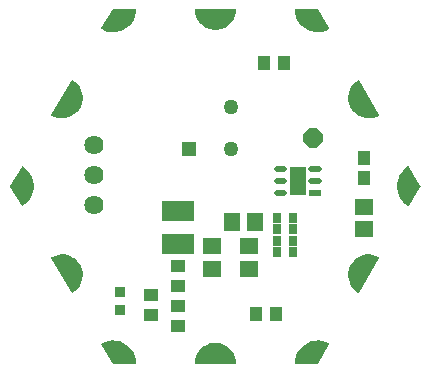
<source format=gbr>
G04 EAGLE Gerber RS-274X export*
G75*
%MOMM*%
%FSLAX34Y34*%
%LPD*%
%INSoldermask Top*%
%IPPOS*%
%AMOC8*
5,1,8,0,0,1.08239X$1,22.5*%
G01*
%ADD10R,0.901600X0.901600*%
%ADD11R,1.201600X1.101600*%
%ADD12P,1.759533X8X22.500000*%
%ADD13R,1.101600X1.201600*%
%ADD14C,1.101600*%
%ADD15C,1.259600*%
%ADD16R,1.259600X1.259600*%
%ADD17R,0.701600X0.821600*%
%ADD18R,1.111600X0.493600*%
%ADD19C,0.493600*%
%ADD20R,1.396800X2.347600*%
%ADD21R,1.601600X1.401600*%
%ADD22R,1.401600X1.601600*%
%ADD23C,1.625600*%
%ADD24R,2.801600X1.701600*%

G36*
X363104Y190819D02*
X363104Y190819D01*
X363133Y190817D01*
X363200Y190839D01*
X363270Y190853D01*
X363294Y190869D01*
X363322Y190878D01*
X363375Y190925D01*
X363434Y190965D01*
X363450Y190990D01*
X363472Y191009D01*
X363503Y191073D01*
X363541Y191133D01*
X363546Y191162D01*
X363558Y191188D01*
X363567Y191287D01*
X363574Y191329D01*
X363571Y191340D01*
X363573Y191354D01*
X363341Y194152D01*
X363331Y194185D01*
X363327Y194233D01*
X362638Y196955D01*
X362623Y196986D01*
X362611Y197033D01*
X361483Y199604D01*
X361463Y199632D01*
X361444Y199677D01*
X359908Y202027D01*
X359884Y202052D01*
X359858Y202092D01*
X357956Y204158D01*
X357928Y204178D01*
X357895Y204214D01*
X355680Y205938D01*
X355649Y205954D01*
X355611Y205983D01*
X353141Y207320D01*
X353108Y207330D01*
X353066Y207353D01*
X351880Y207760D01*
X350426Y208259D01*
X350410Y208265D01*
X350376Y208269D01*
X350330Y208285D01*
X347561Y208747D01*
X347526Y208746D01*
X347479Y208754D01*
X344671Y208754D01*
X344637Y208747D01*
X344589Y208747D01*
X341820Y208285D01*
X341787Y208272D01*
X341740Y208265D01*
X339084Y207353D01*
X339054Y207335D01*
X339009Y207320D01*
X336539Y205983D01*
X336513Y205961D01*
X336470Y205938D01*
X334255Y204214D01*
X334232Y204187D01*
X334194Y204158D01*
X332292Y202092D01*
X332274Y202063D01*
X332242Y202027D01*
X330706Y199677D01*
X330693Y199644D01*
X330667Y199604D01*
X329539Y197033D01*
X329532Y196999D01*
X329529Y196993D01*
X329523Y196984D01*
X329522Y196978D01*
X329512Y196955D01*
X328823Y194233D01*
X328821Y194198D01*
X328809Y194152D01*
X328577Y191354D01*
X328581Y191325D01*
X328576Y191296D01*
X328593Y191227D01*
X328601Y191156D01*
X328615Y191131D01*
X328622Y191103D01*
X328664Y191045D01*
X328699Y190984D01*
X328723Y190966D01*
X328740Y190942D01*
X328801Y190906D01*
X328858Y190863D01*
X328886Y190856D01*
X328911Y190841D01*
X329009Y190824D01*
X329050Y190814D01*
X329061Y190816D01*
X329075Y190813D01*
X363075Y190813D01*
X363104Y190819D01*
G37*
G36*
X347513Y473878D02*
X347513Y473878D01*
X347561Y473878D01*
X350330Y474340D01*
X350363Y474353D01*
X350410Y474361D01*
X353066Y475272D01*
X353096Y475290D01*
X353141Y475305D01*
X355611Y476642D01*
X355637Y476664D01*
X355680Y476687D01*
X357895Y478411D01*
X357918Y478438D01*
X357956Y478467D01*
X359858Y480533D01*
X359876Y480562D01*
X359908Y480598D01*
X361444Y482948D01*
X361457Y482981D01*
X361483Y483021D01*
X362611Y485592D01*
X362618Y485626D01*
X362638Y485670D01*
X363327Y488392D01*
X363329Y488427D01*
X363341Y488473D01*
X363573Y491271D01*
X363569Y491300D01*
X363574Y491329D01*
X363558Y491398D01*
X363549Y491469D01*
X363535Y491494D01*
X363528Y491522D01*
X363486Y491580D01*
X363451Y491641D01*
X363427Y491659D01*
X363410Y491683D01*
X363349Y491719D01*
X363292Y491762D01*
X363264Y491769D01*
X363239Y491784D01*
X363141Y491801D01*
X363100Y491811D01*
X363089Y491809D01*
X363075Y491812D01*
X329075Y491812D01*
X329046Y491806D01*
X329017Y491808D01*
X328950Y491786D01*
X328880Y491772D01*
X328856Y491756D01*
X328828Y491747D01*
X328775Y491700D01*
X328716Y491660D01*
X328701Y491635D01*
X328679Y491616D01*
X328647Y491552D01*
X328609Y491492D01*
X328604Y491463D01*
X328592Y491437D01*
X328583Y491338D01*
X328576Y491296D01*
X328579Y491285D01*
X328577Y491271D01*
X328809Y488473D01*
X328819Y488440D01*
X328823Y488392D01*
X329512Y485670D01*
X329527Y485639D01*
X329539Y485592D01*
X330667Y483021D01*
X330687Y482993D01*
X330706Y482948D01*
X332242Y480598D01*
X332266Y480573D01*
X332292Y480533D01*
X334194Y478467D01*
X334222Y478447D01*
X334255Y478411D01*
X336470Y476687D01*
X336501Y476671D01*
X336539Y476642D01*
X339009Y475305D01*
X339042Y475295D01*
X339084Y475272D01*
X341740Y474361D01*
X341774Y474356D01*
X341820Y474340D01*
X344589Y473878D01*
X344624Y473879D01*
X344671Y473871D01*
X347479Y473871D01*
X347513Y473878D01*
G37*
G36*
X224682Y251122D02*
X224682Y251122D01*
X224753Y251119D01*
X224780Y251130D01*
X224809Y251132D01*
X224899Y251174D01*
X224939Y251189D01*
X224947Y251197D01*
X224960Y251202D01*
X227263Y252802D01*
X227287Y252827D01*
X227327Y252854D01*
X229336Y254811D01*
X229355Y254840D01*
X229390Y254874D01*
X231049Y257134D01*
X231064Y257166D01*
X231093Y257205D01*
X232357Y259708D01*
X232366Y259741D01*
X232388Y259784D01*
X233224Y262461D01*
X233227Y262496D01*
X233242Y262542D01*
X233625Y265320D01*
X233623Y265355D01*
X233629Y265402D01*
X233550Y268206D01*
X233542Y268240D01*
X233541Y268288D01*
X233002Y271040D01*
X232988Y271072D01*
X232979Y271119D01*
X231994Y273745D01*
X231979Y273770D01*
X231974Y273789D01*
X231966Y273800D01*
X231959Y273819D01*
X230555Y276247D01*
X230532Y276273D01*
X230508Y276315D01*
X228724Y278479D01*
X228697Y278500D01*
X228666Y278538D01*
X226550Y280378D01*
X226520Y280395D01*
X226484Y280427D01*
X224093Y281894D01*
X224061Y281906D01*
X224020Y281931D01*
X221421Y282985D01*
X221387Y282991D01*
X221342Y283009D01*
X218605Y283621D01*
X218570Y283622D01*
X218523Y283632D01*
X215723Y283785D01*
X215689Y283780D01*
X215641Y283783D01*
X212853Y283472D01*
X212820Y283462D01*
X212772Y283456D01*
X210074Y282691D01*
X210044Y282676D01*
X209997Y282662D01*
X207462Y281464D01*
X207438Y281446D01*
X207411Y281436D01*
X207359Y281387D01*
X207302Y281345D01*
X207288Y281320D01*
X207267Y281300D01*
X207238Y281234D01*
X207202Y281173D01*
X207199Y281144D01*
X207187Y281117D01*
X207186Y281046D01*
X207177Y280976D01*
X207185Y280948D01*
X207185Y280918D01*
X207219Y280826D01*
X207231Y280784D01*
X207238Y280776D01*
X207243Y280763D01*
X224243Y251363D01*
X224262Y251341D01*
X224275Y251314D01*
X224328Y251267D01*
X224375Y251214D01*
X224401Y251201D01*
X224423Y251182D01*
X224490Y251159D01*
X224554Y251128D01*
X224583Y251127D01*
X224611Y251117D01*
X224682Y251122D01*
G37*
G36*
X476461Y398845D02*
X476461Y398845D01*
X476509Y398843D01*
X479297Y399153D01*
X479330Y399163D01*
X479378Y399169D01*
X482076Y399934D01*
X482106Y399950D01*
X482153Y399963D01*
X484688Y401161D01*
X484712Y401179D01*
X484739Y401189D01*
X484791Y401238D01*
X484848Y401280D01*
X484862Y401305D01*
X484884Y401325D01*
X484912Y401391D01*
X484948Y401452D01*
X484951Y401481D01*
X484963Y401508D01*
X484964Y401579D01*
X484973Y401649D01*
X484965Y401677D01*
X484965Y401707D01*
X484931Y401799D01*
X484919Y401841D01*
X484912Y401850D01*
X484907Y401862D01*
X467907Y431262D01*
X467888Y431284D01*
X467875Y431311D01*
X467822Y431358D01*
X467775Y431411D01*
X467749Y431424D01*
X467727Y431443D01*
X467660Y431466D01*
X467596Y431497D01*
X467567Y431498D01*
X467539Y431508D01*
X467468Y431503D01*
X467397Y431506D01*
X467370Y431495D01*
X467341Y431493D01*
X467251Y431451D01*
X467211Y431436D01*
X467203Y431429D01*
X467190Y431423D01*
X464887Y429823D01*
X464863Y429798D01*
X464823Y429771D01*
X462814Y427814D01*
X462795Y427785D01*
X462760Y427751D01*
X461101Y425491D01*
X461086Y425459D01*
X461057Y425420D01*
X459793Y422917D01*
X459784Y422884D01*
X459762Y422841D01*
X458926Y420164D01*
X458923Y420129D01*
X458908Y420083D01*
X458525Y417305D01*
X458527Y417270D01*
X458521Y417223D01*
X458600Y414419D01*
X458608Y414385D01*
X458609Y414337D01*
X459148Y411585D01*
X459162Y411553D01*
X459171Y411506D01*
X460156Y408880D01*
X460174Y408851D01*
X460191Y408806D01*
X461595Y406378D01*
X461618Y406352D01*
X461642Y406310D01*
X463426Y404146D01*
X463453Y404125D01*
X463484Y404087D01*
X465600Y402247D01*
X465630Y402230D01*
X465666Y402198D01*
X468057Y400731D01*
X468089Y400719D01*
X468130Y400694D01*
X470729Y399640D01*
X470763Y399634D01*
X470808Y399616D01*
X473545Y399004D01*
X473580Y399003D01*
X473627Y398993D01*
X476427Y398840D01*
X476461Y398845D01*
G37*
G36*
X467501Y251123D02*
X467501Y251123D01*
X467572Y251123D01*
X467599Y251134D01*
X467628Y251137D01*
X467690Y251172D01*
X467755Y251199D01*
X467776Y251220D01*
X467801Y251234D01*
X467864Y251311D01*
X467894Y251341D01*
X467898Y251352D01*
X467907Y251363D01*
X484907Y280763D01*
X484916Y280790D01*
X484933Y280814D01*
X484948Y280884D01*
X484970Y280951D01*
X484968Y280980D01*
X484974Y281009D01*
X484961Y281079D01*
X484955Y281149D01*
X484942Y281175D01*
X484936Y281204D01*
X484896Y281263D01*
X484864Y281326D01*
X484841Y281345D01*
X484825Y281369D01*
X484743Y281426D01*
X484710Y281453D01*
X484700Y281456D01*
X484688Y281464D01*
X482153Y282662D01*
X482119Y282671D01*
X482076Y282691D01*
X479378Y283456D01*
X479343Y283459D01*
X479297Y283472D01*
X476509Y283783D01*
X476475Y283779D01*
X476427Y283785D01*
X473627Y283632D01*
X473593Y283623D01*
X473545Y283621D01*
X470808Y283009D01*
X470776Y282995D01*
X470729Y282985D01*
X468130Y281931D01*
X468101Y281912D01*
X468057Y281894D01*
X465666Y280427D01*
X465641Y280403D01*
X465600Y280378D01*
X463484Y278538D01*
X463463Y278510D01*
X463426Y278479D01*
X461642Y276315D01*
X461626Y276284D01*
X461595Y276247D01*
X460191Y273819D01*
X460180Y273787D01*
X460173Y273774D01*
X460163Y273759D01*
X460163Y273757D01*
X460156Y273745D01*
X459171Y271119D01*
X459165Y271085D01*
X459148Y271040D01*
X458609Y268288D01*
X458609Y268253D01*
X458600Y268206D01*
X458521Y265402D01*
X458527Y265368D01*
X458525Y265320D01*
X458908Y262542D01*
X458920Y262509D01*
X458926Y262461D01*
X459762Y259784D01*
X459779Y259754D01*
X459793Y259708D01*
X461057Y257205D01*
X461079Y257177D01*
X461101Y257134D01*
X462760Y254874D01*
X462786Y254850D01*
X462814Y254811D01*
X464823Y252854D01*
X464852Y252836D01*
X464887Y252802D01*
X467190Y251202D01*
X467217Y251191D01*
X467240Y251172D01*
X467308Y251152D01*
X467373Y251124D01*
X467402Y251124D01*
X467430Y251115D01*
X467501Y251123D01*
G37*
G36*
X218523Y398993D02*
X218523Y398993D01*
X218557Y399002D01*
X218605Y399004D01*
X221342Y399616D01*
X221374Y399630D01*
X221421Y399640D01*
X224020Y400694D01*
X224049Y400713D01*
X224093Y400731D01*
X226484Y402198D01*
X226509Y402222D01*
X226550Y402247D01*
X228666Y404087D01*
X228687Y404115D01*
X228724Y404146D01*
X230508Y406310D01*
X230524Y406341D01*
X230555Y406378D01*
X231959Y408806D01*
X231970Y408838D01*
X231994Y408880D01*
X232979Y411506D01*
X232985Y411540D01*
X233002Y411585D01*
X233541Y414337D01*
X233541Y414372D01*
X233550Y414419D01*
X233629Y417223D01*
X233624Y417257D01*
X233625Y417305D01*
X233242Y420083D01*
X233230Y420116D01*
X233224Y420164D01*
X232388Y422841D01*
X232371Y422871D01*
X232357Y422917D01*
X231093Y425420D01*
X231071Y425448D01*
X231049Y425491D01*
X229390Y427751D01*
X229364Y427775D01*
X229336Y427814D01*
X227327Y429771D01*
X227298Y429789D01*
X227263Y429823D01*
X224960Y431423D01*
X224933Y431434D01*
X224910Y431453D01*
X224842Y431473D01*
X224777Y431501D01*
X224748Y431501D01*
X224720Y431510D01*
X224649Y431502D01*
X224578Y431502D01*
X224551Y431491D01*
X224522Y431488D01*
X224460Y431453D01*
X224395Y431426D01*
X224374Y431405D01*
X224349Y431391D01*
X224286Y431314D01*
X224256Y431284D01*
X224252Y431273D01*
X224243Y431262D01*
X207243Y401862D01*
X207234Y401835D01*
X207217Y401811D01*
X207202Y401741D01*
X207180Y401674D01*
X207182Y401645D01*
X207176Y401616D01*
X207189Y401546D01*
X207195Y401476D01*
X207208Y401450D01*
X207214Y401421D01*
X207254Y401362D01*
X207286Y401299D01*
X207309Y401280D01*
X207325Y401256D01*
X207407Y401199D01*
X207440Y401172D01*
X207450Y401169D01*
X207462Y401161D01*
X209997Y399963D01*
X210031Y399954D01*
X210074Y399934D01*
X212772Y399169D01*
X212807Y399166D01*
X212853Y399153D01*
X215641Y398843D01*
X215675Y398846D01*
X215723Y398840D01*
X218523Y398993D01*
G37*
G36*
X509802Y324323D02*
X509802Y324323D01*
X509873Y324323D01*
X509900Y324334D01*
X509929Y324337D01*
X509991Y324373D01*
X510056Y324400D01*
X510077Y324421D01*
X510102Y324435D01*
X510165Y324512D01*
X510195Y324543D01*
X510199Y324553D01*
X510208Y324563D01*
X519708Y341063D01*
X519718Y341095D01*
X519727Y341108D01*
X519731Y341133D01*
X519732Y341136D01*
X519763Y341207D01*
X519763Y341230D01*
X519771Y341252D01*
X519765Y341329D01*
X519766Y341406D01*
X519756Y341430D01*
X519755Y341450D01*
X519734Y341490D01*
X519708Y341562D01*
X510208Y358062D01*
X510189Y358083D01*
X510176Y358110D01*
X510123Y358157D01*
X510076Y358211D01*
X510050Y358223D01*
X510029Y358243D01*
X509961Y358266D01*
X509897Y358297D01*
X509868Y358298D01*
X509841Y358307D01*
X509769Y358303D01*
X509698Y358306D01*
X509671Y358296D01*
X509642Y358294D01*
X509552Y358251D01*
X509512Y358237D01*
X509504Y358229D01*
X509491Y358223D01*
X506968Y356482D01*
X506944Y356457D01*
X506906Y356431D01*
X504694Y354307D01*
X504675Y354279D01*
X504641Y354247D01*
X502799Y351795D01*
X502785Y351765D01*
X502756Y351727D01*
X501331Y349012D01*
X501322Y348981D01*
X501306Y348956D01*
X501305Y348948D01*
X501300Y348939D01*
X500329Y346030D01*
X500325Y345996D01*
X500310Y345952D01*
X499818Y342926D01*
X499819Y342892D01*
X499811Y342846D01*
X499811Y339779D01*
X499812Y339776D01*
X499812Y339773D01*
X499818Y339747D01*
X499818Y339746D01*
X499818Y339699D01*
X500310Y336673D01*
X500322Y336641D01*
X500329Y336595D01*
X501300Y333686D01*
X501317Y333657D01*
X501331Y333613D01*
X502756Y330898D01*
X502778Y330871D01*
X502799Y330830D01*
X504641Y328378D01*
X504666Y328356D01*
X504694Y328318D01*
X506906Y326194D01*
X506934Y326176D01*
X506968Y326143D01*
X509491Y324402D01*
X509518Y324390D01*
X509540Y324372D01*
X509609Y324352D01*
X509674Y324324D01*
X509703Y324323D01*
X509731Y324315D01*
X509802Y324323D01*
G37*
G36*
X182381Y324322D02*
X182381Y324322D01*
X182452Y324319D01*
X182479Y324329D01*
X182508Y324331D01*
X182598Y324374D01*
X182638Y324388D01*
X182646Y324396D01*
X182659Y324402D01*
X185182Y326143D01*
X185206Y326168D01*
X185244Y326194D01*
X187456Y328318D01*
X187475Y328346D01*
X187509Y328378D01*
X189351Y330830D01*
X189365Y330860D01*
X189394Y330898D01*
X190819Y333613D01*
X190828Y333645D01*
X190850Y333686D01*
X191821Y336595D01*
X191825Y336629D01*
X191840Y336673D01*
X192332Y339699D01*
X192331Y339733D01*
X192339Y339779D01*
X192339Y342846D01*
X192332Y342879D01*
X192332Y342926D01*
X191840Y345952D01*
X191828Y345984D01*
X191821Y346030D01*
X190850Y348939D01*
X190837Y348962D01*
X190831Y348986D01*
X190824Y348995D01*
X190819Y349012D01*
X189394Y351727D01*
X189372Y351754D01*
X189351Y351795D01*
X187509Y354247D01*
X187484Y354269D01*
X187456Y354307D01*
X185244Y356431D01*
X185216Y356449D01*
X185182Y356482D01*
X182659Y358223D01*
X182632Y358235D01*
X182610Y358253D01*
X182541Y358274D01*
X182476Y358301D01*
X182447Y358302D01*
X182419Y358310D01*
X182348Y358302D01*
X182277Y358302D01*
X182250Y358291D01*
X182221Y358288D01*
X182159Y358253D01*
X182094Y358225D01*
X182073Y358204D01*
X182048Y358190D01*
X181985Y358113D01*
X181955Y358082D01*
X181951Y358072D01*
X181942Y358062D01*
X172442Y341562D01*
X172418Y341489D01*
X172387Y341418D01*
X172387Y341395D01*
X172379Y341373D01*
X172386Y341296D01*
X172385Y341219D01*
X172394Y341195D01*
X172395Y341175D01*
X172416Y341135D01*
X172435Y341083D01*
X172436Y341078D01*
X172438Y341076D01*
X172442Y341063D01*
X181942Y324563D01*
X181961Y324542D01*
X181974Y324515D01*
X182027Y324468D01*
X182074Y324414D01*
X182100Y324402D01*
X182122Y324382D01*
X182189Y324359D01*
X182253Y324328D01*
X182282Y324327D01*
X182309Y324318D01*
X182381Y324322D01*
G37*
G36*
X432751Y190829D02*
X432751Y190829D01*
X432829Y190837D01*
X432848Y190848D01*
X432870Y190853D01*
X432934Y190897D01*
X433002Y190935D01*
X433018Y190954D01*
X433034Y190965D01*
X433058Y191003D01*
X433108Y191063D01*
X442608Y207563D01*
X442617Y207591D01*
X442633Y207614D01*
X442648Y207684D01*
X442671Y207752D01*
X442668Y207781D01*
X442674Y207809D01*
X442661Y207879D01*
X442655Y207950D01*
X442642Y207976D01*
X442636Y208004D01*
X442596Y208063D01*
X442563Y208127D01*
X442541Y208145D01*
X442525Y208169D01*
X442442Y208226D01*
X442410Y208253D01*
X442399Y208256D01*
X442389Y208264D01*
X439623Y209572D01*
X439590Y209580D01*
X439547Y209601D01*
X436607Y210448D01*
X436573Y210451D01*
X436529Y210464D01*
X433491Y210830D01*
X433457Y210827D01*
X433410Y210833D01*
X430353Y210706D01*
X430320Y210698D01*
X430273Y210696D01*
X427276Y210080D01*
X427245Y210067D01*
X427199Y210058D01*
X424339Y208970D01*
X424311Y208951D01*
X424267Y208935D01*
X421619Y207402D01*
X421593Y207379D01*
X421553Y207356D01*
X419185Y205418D01*
X419163Y205392D01*
X419127Y205362D01*
X417100Y203070D01*
X417084Y203040D01*
X417052Y203005D01*
X415420Y200417D01*
X415408Y200386D01*
X415383Y200346D01*
X414187Y197530D01*
X414180Y197496D01*
X414177Y197490D01*
X414173Y197483D01*
X414172Y197478D01*
X414161Y197453D01*
X413433Y194482D01*
X413431Y194448D01*
X413420Y194402D01*
X413177Y191352D01*
X413181Y191324D01*
X413176Y191296D01*
X413193Y191226D01*
X413201Y191155D01*
X413216Y191130D01*
X413222Y191103D01*
X413265Y191045D01*
X413301Y190982D01*
X413323Y190965D01*
X413340Y190942D01*
X413402Y190906D01*
X413459Y190862D01*
X413487Y190855D01*
X413511Y190841D01*
X413611Y190824D01*
X413652Y190814D01*
X413662Y190815D01*
X413675Y190813D01*
X432675Y190813D01*
X432751Y190829D01*
G37*
G36*
X433444Y471798D02*
X433444Y471798D01*
X433491Y471795D01*
X436529Y472161D01*
X436561Y472171D01*
X436607Y472177D01*
X439547Y473024D01*
X439577Y473040D01*
X439623Y473053D01*
X442389Y474361D01*
X442411Y474378D01*
X442438Y474388D01*
X442490Y474437D01*
X442548Y474480D01*
X442562Y474505D01*
X442583Y474525D01*
X442612Y474590D01*
X442648Y474652D01*
X442651Y474681D01*
X442663Y474707D01*
X442664Y474779D01*
X442673Y474849D01*
X442665Y474877D01*
X442666Y474906D01*
X442630Y475000D01*
X442619Y475041D01*
X442612Y475049D01*
X442608Y475062D01*
X433108Y491562D01*
X433056Y491620D01*
X433010Y491683D01*
X432991Y491694D01*
X432976Y491711D01*
X432906Y491744D01*
X432839Y491784D01*
X432815Y491788D01*
X432797Y491797D01*
X432752Y491799D01*
X432675Y491812D01*
X413675Y491812D01*
X413647Y491806D01*
X413619Y491809D01*
X413551Y491786D01*
X413480Y491772D01*
X413457Y491756D01*
X413430Y491747D01*
X413375Y491700D01*
X413316Y491660D01*
X413301Y491636D01*
X413280Y491617D01*
X413248Y491553D01*
X413209Y491492D01*
X413204Y491464D01*
X413192Y491439D01*
X413183Y491337D01*
X413176Y491296D01*
X413178Y491286D01*
X413177Y491273D01*
X413420Y488223D01*
X413429Y488190D01*
X413433Y488143D01*
X414161Y485172D01*
X414176Y485141D01*
X414187Y485095D01*
X415383Y482279D01*
X415402Y482251D01*
X415420Y482208D01*
X417052Y479620D01*
X417076Y479595D01*
X417100Y479555D01*
X419127Y477263D01*
X419154Y477242D01*
X419185Y477207D01*
X421553Y475269D01*
X421583Y475253D01*
X421619Y475223D01*
X424267Y473690D01*
X424299Y473679D01*
X424339Y473655D01*
X427199Y472567D01*
X427232Y472561D01*
X427276Y472545D01*
X430273Y471929D01*
X430307Y471929D01*
X430353Y471919D01*
X433410Y471792D01*
X433444Y471798D01*
G37*
G36*
X278503Y190819D02*
X278503Y190819D01*
X278531Y190816D01*
X278599Y190839D01*
X278670Y190853D01*
X278693Y190869D01*
X278720Y190878D01*
X278775Y190925D01*
X278834Y190965D01*
X278849Y190989D01*
X278871Y191008D01*
X278902Y191072D01*
X278941Y191133D01*
X278946Y191161D01*
X278958Y191186D01*
X278967Y191288D01*
X278974Y191329D01*
X278972Y191339D01*
X278973Y191352D01*
X278730Y194402D01*
X278721Y194435D01*
X278717Y194482D01*
X277989Y197453D01*
X277974Y197484D01*
X277963Y197530D01*
X276767Y200346D01*
X276748Y200374D01*
X276730Y200417D01*
X275098Y203005D01*
X275074Y203030D01*
X275050Y203070D01*
X273023Y205362D01*
X272996Y205383D01*
X272965Y205418D01*
X270598Y207356D01*
X270567Y207372D01*
X270531Y207402D01*
X267883Y208935D01*
X267851Y208946D01*
X267811Y208970D01*
X264951Y210058D01*
X264918Y210064D01*
X264874Y210080D01*
X261877Y210696D01*
X261843Y210696D01*
X261797Y210706D01*
X258740Y210833D01*
X258706Y210827D01*
X258659Y210830D01*
X255621Y210464D01*
X255589Y210454D01*
X255543Y210448D01*
X252603Y209601D01*
X252573Y209585D01*
X252528Y209572D01*
X249762Y208264D01*
X249739Y208247D01*
X249712Y208237D01*
X249660Y208188D01*
X249602Y208145D01*
X249588Y208120D01*
X249567Y208100D01*
X249538Y208035D01*
X249502Y207973D01*
X249499Y207945D01*
X249487Y207918D01*
X249486Y207846D01*
X249477Y207776D01*
X249485Y207748D01*
X249485Y207719D01*
X249520Y207625D01*
X249531Y207584D01*
X249538Y207576D01*
X249542Y207563D01*
X259042Y191063D01*
X259094Y191005D01*
X259140Y190942D01*
X259159Y190931D01*
X259174Y190914D01*
X259244Y190881D01*
X259311Y190841D01*
X259336Y190837D01*
X259353Y190828D01*
X259398Y190826D01*
X259475Y190813D01*
X278475Y190813D01*
X278503Y190819D01*
G37*
G36*
X261797Y471919D02*
X261797Y471919D01*
X261830Y471927D01*
X261877Y471929D01*
X264874Y472545D01*
X264905Y472558D01*
X264951Y472567D01*
X267811Y473655D01*
X267840Y473674D01*
X267883Y473690D01*
X270531Y475223D01*
X270557Y475246D01*
X270598Y475269D01*
X272965Y477207D01*
X272987Y477233D01*
X273023Y477263D01*
X275050Y479555D01*
X275067Y479585D01*
X275098Y479620D01*
X276730Y482208D01*
X276742Y482240D01*
X276767Y482279D01*
X277963Y485095D01*
X277970Y485129D01*
X277989Y485172D01*
X278717Y488143D01*
X278719Y488177D01*
X278730Y488223D01*
X278973Y491273D01*
X278969Y491301D01*
X278974Y491329D01*
X278957Y491399D01*
X278949Y491470D01*
X278935Y491495D01*
X278928Y491522D01*
X278885Y491580D01*
X278850Y491643D01*
X278827Y491660D01*
X278810Y491683D01*
X278748Y491719D01*
X278691Y491763D01*
X278663Y491770D01*
X278639Y491784D01*
X278539Y491801D01*
X278498Y491811D01*
X278488Y491810D01*
X278475Y491812D01*
X259475Y491812D01*
X259399Y491796D01*
X259321Y491788D01*
X259302Y491777D01*
X259280Y491772D01*
X259216Y491728D01*
X259148Y491690D01*
X259132Y491671D01*
X259116Y491660D01*
X259092Y491622D01*
X259042Y491562D01*
X249542Y475062D01*
X249533Y475034D01*
X249517Y475011D01*
X249502Y474941D01*
X249479Y474873D01*
X249482Y474845D01*
X249476Y474816D01*
X249490Y474746D01*
X249495Y474675D01*
X249508Y474649D01*
X249514Y474621D01*
X249554Y474562D01*
X249587Y474498D01*
X249609Y474480D01*
X249625Y474456D01*
X249708Y474399D01*
X249740Y474372D01*
X249751Y474369D01*
X249762Y474361D01*
X252528Y473053D01*
X252561Y473045D01*
X252603Y473024D01*
X255543Y472177D01*
X255577Y472174D01*
X255621Y472161D01*
X258659Y471795D01*
X258693Y471798D01*
X258740Y471792D01*
X261797Y471919D01*
G37*
D10*
X265430Y236975D03*
X265430Y251975D03*
D11*
X291783Y232483D03*
X291783Y249483D03*
D12*
X428308Y382588D03*
D13*
X386788Y445453D03*
X403788Y445453D03*
D14*
X428675Y484413D03*
X511275Y341313D03*
X428675Y198213D03*
X263475Y198213D03*
X180875Y341313D03*
X263475Y484413D03*
X469975Y412813D03*
X469975Y269813D03*
X346075Y198213D03*
X222175Y269813D03*
X222175Y412813D03*
X346075Y484413D03*
D11*
X314325Y223275D03*
X314325Y240275D03*
D15*
X359273Y408485D03*
D16*
X323353Y372565D03*
D15*
X359273Y372565D03*
D17*
X411813Y285488D03*
X411813Y295188D03*
X411813Y304888D03*
X411813Y314588D03*
X397813Y285488D03*
X397813Y295188D03*
X397813Y304888D03*
X397813Y314588D03*
D18*
X430435Y336075D03*
D19*
X433525Y346075D02*
X427345Y346075D01*
X427345Y356075D02*
X433525Y356075D01*
X404505Y356075D02*
X398325Y356075D01*
X398325Y346075D02*
X404505Y346075D01*
X404505Y336075D02*
X398325Y336075D01*
D20*
X415925Y346075D03*
D21*
X471488Y323825D03*
X471488Y304825D03*
D13*
X471488Y365688D03*
X471488Y348688D03*
D21*
X342900Y271488D03*
X342900Y290488D03*
X374650Y271488D03*
X374650Y290488D03*
D11*
X314325Y273613D03*
X314325Y256613D03*
D13*
X380438Y233363D03*
X397438Y233363D03*
D22*
X360388Y311150D03*
X379388Y311150D03*
D23*
X242888Y376238D03*
X242888Y350838D03*
X242888Y325438D03*
D24*
X314325Y292388D03*
X314325Y320388D03*
M02*

</source>
